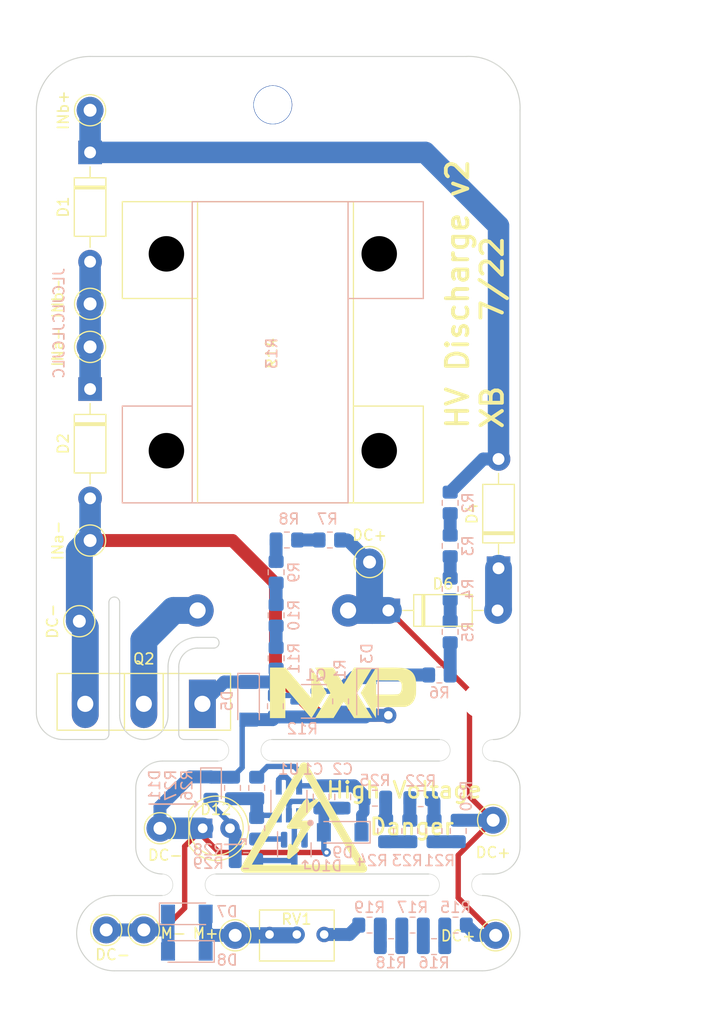
<source format=kicad_pcb>
(kicad_pcb (version 20211014) (generator pcbnew)
  (layers (0 "F.Cu" signal) (31 "B.Cu" signal) (34 "B.Paste" user) (35 "F.Paste" user) (36 "B.SilkS" user "B.Silkscreen") (37 "F.SilkS" user "F.Silkscreen") (38 "B.Mask" user) (39 "F.Mask" user) (44 "Edge.Cuts" user))
  (net 0 "")
  (net 1 "Net-(D4-Pad1)")
  (net 2 "/Vdd")
  (net 4 "Net-(D11-Pad2)")
  (net 5 "/IN+")
  (net 6 "/Vref")
  (net 7 "/Sup+")
  (net 8 "/Sup_mid")
  (net 9 "/Sup-")
  (net 10 "/Gate_pre")
  (net 11 "/Gate_SiC")
  (net 12 "/OUT+")
  (net 13 "/M")
  (net 14 "/SiC_drain")
  (net 15 "Net-(R2-Pad1)")
  (net 16 "Net-(R3-Pad1)")
  (net 17 "Net-(R19-Pad2)")
  (net 18 "Net-(R4-Pad1)")
  (net 19 "Net-(R5-Pad1)")
  (net 20 "Net-(R7-Pad1)")
  (net 21 "Net-(R8-Pad1)")
  (net 22 "Net-(R10-Pad2)")
  (net 23 "Net-(R10-Pad1)")
  (net 24 "Net-(R15-Pad2)")
  (net 25 "Net-(R16-Pad2)")
  (net 26 "Net-(R17-Pad2)")
  (net 27 "Net-(R18-Pad2)")
  (net 28 "Net-(R20-Pad2)")
  (net 29 "Net-(R21-Pad2)")
  (net 30 "Net-(R22-Pad2)")
  (net 31 "Net-(R23-Pad2)")
  (net 32 "Net-(R24-Pad2)")
  (net 33 "Net-(R28-Pad1)")
  (net 34 "/OUT")
  (footprint "TestPoint:TestPoint_THTPad_D2.5mm_Drill1.2mm" (layer "F.Cu") (at 105 105)
    (fp_text reference "J3" hide)
    (fp_text value "INb+" (at -2.5 0 90) (layer "F.SilkS"))
    (pad "1" thru_hole circle (at 0 0) (size 2.5 2.5) (drill 1.2) (layers *.Cu *.Mask) (net 7 "/Sup+"))
  )
  (footprint "footprints:mouse-bite-2mm-slot" (layer "F.Cu") (at 114.7 177 180)
    (fp_text reference "mouse-bite-2mm-slot" hide)
    (fp_text value "VAL**" hide)
    (fp_arc (start -2 -1) (mid -1 0) (end -2 1) (layer "Edge.Cuts") (width 0.05))
    (fp_arc (start 3 1) (mid 2 0) (end 3 -1) (layer "Edge.Cuts") (width 0.05))
    (pad "" np_thru_hole circle (at 1.75 -0.75 180) (size 0.5 0.5) (drill 0.5) (layers *.Cu *.Mask))
    (pad "" np_thru_hole circle (at 1.75 0.75 180) (size 0.5 0.5) (drill 0.5) (layers *.Cu *.Mask))
    (pad "" np_thru_hole circle (at -0.75 -0.75 180) (size 0.5 0.5) (drill 0.5) (layers *.Cu *.Mask))
    (pad "" np_thru_hole circle (at 0 0.75 180) (size 0.5 0.5) (drill 0.5) (layers *.Cu *.Mask))
    (pad "" np_thru_hole circle (at -0.75 0.75 180) (size 0.5 0.5) (drill 0.5) (layers *.Cu *.Mask))
    (pad "" np_thru_hole circle (at 0 -0.75 180) (size 0.5 0.5) (drill 0.5) (layers *.Cu *.Mask))
  )
  (footprint "TestPoint:TestPoint_THTPad_D2.5mm_Drill1.2mm" (layer "F.Cu") (at 104 152.5)
    (fp_text reference "J6" hide)
    (fp_text value "DC-" (at -2.5 0 90) (layer "F.SilkS"))
    (pad "1" thru_hole circle (at 0 0) (size 2.5 2.5) (drill 1.2) (layers *.Cu *.Mask) (net 9 "/Sup-"))
  )
  (footprint "footprints:nxp_logo" (layer "F.Cu") (at 128.4 159.2)
    (fp_text reference "G***" hide)
    (fp_text value "LOGO" hide)
  )
  (footprint "Diode_THT:D_DO-41_SOD81_P10.16mm_Horizontal" (layer "F.Cu") (at 143 147.58 90)
    (fp_text reference "D4" (at 5.08 -2.47 90) (layer "F.SilkS"))
    (fp_text value "1N4007")
    (pad "1" thru_hole rect (at 0 0 90) (size 2.2 2.2) (drill 1.1) (layers *.Cu *.Mask) (net 1 "Net-(D4-Pad1)"))
    (pad "2" thru_hole oval (at 10.16 0 90) (size 2.2 2.2) (drill 1.1) (layers *.Cu *.Mask) (net 7 "/Sup+"))
  )
  (footprint "TestPoint:TestPoint_THTPad_D2.5mm_Drill1.2mm" (layer "F.Cu") (at 105 123)
    (fp_text reference "J1" hide)
    (fp_text value "INb-" (at -3 -0.5 90) (layer "F.SilkS"))
    (pad "1" thru_hole circle (at 0 0) (size 2.5 2.5) (drill 1.2) (layers *.Cu *.Mask) (net 8 "/Sup_mid"))
  )
  (footprint "Diode_THT:D_DO-41_SOD81_P10.16mm_Horizontal" (layer "F.Cu") (at 105 130.92 -90)
    (fp_text reference "D2" (at 5.08 2.5 90) (layer "F.SilkS"))
    (fp_text value "1N4007")
    (pad "1" thru_hole rect (at 0 0 270) (size 2.2 2.2) (drill 1.1) (layers *.Cu *.Mask) (net 8 "/Sup_mid"))
    (pad "2" thru_hole oval (at 10.16 0 270) (size 2.2 2.2) (drill 1.1) (layers *.Cu *.Mask) (net 9 "/Sup-"))
  )
  (footprint "LED_THT:LED_D5.0mm" (layer "F.Cu") (at 115.475 171.75)
    (fp_text reference "D12" (at 1.225 -1.75) (layer "F.SilkS"))
    (fp_text value "LED")
    (pad "1" thru_hole rect (at 0 0) (size 1.8 1.8) (drill 0.9) (layers *.Cu *.Mask) (net 9 "/Sup-"))
    (pad "2" thru_hole circle (at 2.54 0) (size 1.8 1.8) (drill 0.9) (layers *.Cu *.Mask) (net 4 "Net-(D11-Pad2)"))
  )
  (footprint "footprints:mouse-bite-2mm-slot" (layer "F.Cu") (at 138.5 177)
    (fp_text reference "mouse-bite-2mm-slot" hide)
    (fp_text value "VAL**" hide)
    (fp_arc (start -2 -1) (mid -1 0) (end -2 1) (layer "Edge.Cuts") (width 0.05))
    (fp_arc (start 3 1) (mid 2 0) (end 3 -1) (layer "Edge.Cuts") (width 0.05))
    (pad "" np_thru_hole circle (at 0 -0.75) (size 0.5 0.5) (drill 0.5) (layers *.Cu *.Mask))
    (pad "" np_thru_hole circle (at -0.75 0.75) (size 0.5 0.5) (drill 0.5) (layers *.Cu *.Mask))
    (pad "" np_thru_hole circle (at 0 0.75) (size 0.5 0.5) (drill 0.5) (layers *.Cu *.Mask))
    (pad "" np_thru_hole circle (at -0.75 -0.75) (size 0.5 0.5) (drill 0.5) (layers *.Cu *.Mask))
    (pad "" np_thru_hole circle (at 1.75 0.75) (size 0.5 0.5) (drill 0.5) (layers *.Cu *.Mask))
    (pad "" np_thru_hole circle (at 1.75 -0.75) (size 0.5 0.5) (drill 0.5) (layers *.Cu *.Mask))
  )
  (footprint "TestPoint:TestPoint_THTPad_D2.5mm_Drill1.2mm" (layer "F.Cu") (at 142.735 181.7)
    (fp_text reference "J12" hide)
    (fp_text value "DC+" (at -3.485 0.05) (layer "F.SilkS"))
    (pad "1" thru_hole circle (at 0 0) (size 2.5 2.5) (drill 1.2) (layers *.Cu *.Mask) (net 12 "/OUT+"))
  )
  (footprint "Package_TO_SOT_THT:TO-247-3_Vertical" (layer "F.Cu") (at 115.45 160.18 180)
    (fp_text reference "Q2" (at 5.45 4.18) (layer "F.SilkS"))
    (fp_text value "Q_NMOS_GDS")
    (pad "1" thru_hole rect (at 0 0 180) (size 2.5 4.5) (drill 1.5) (layers *.Cu *.Mask) (net 11 "/Gate_SiC"))
    (pad "2" thru_hole oval (at 5.45 0 180) (size 2.5 4.5) (drill 1.5) (layers *.Cu *.Mask) (net 14 "/SiC_drain"))
    (pad "3" thru_hole oval (at 10.9 0 180) (size 2.5 4.5) (drill 1.5) (layers *.Cu *.Mask) (net 9 "/Sup-"))
  )
  (footprint "footprints:THS2510RJ_special" (layer "F.Cu") (at 122 127.5 -90)
    (fp_text reference "R14" (at 0.1 0.1 -90) (layer "F.SilkS"))
    (fp_text value "10")
    (pad "" np_thru_hole circle (at -9.15 9.9 270) (size 3.3 3.3) (drill 3.3) (layers *.Mask))
    (pad "" thru_hole circle (at -23 0 270) (size 3.6 3.6) (drill 3.5) (layers *.Mask))
    (pad "" np_thru_hole circle (at 9.15 -9.9 270) (size 3.3 3.3) (drill 3.3) (layers *.Mask))
    (pad "2" thru_hole oval (at 24 7 270) (size 3 3) (drill 1.5) (layers *.Cu *.Mask) (net 14 "/SiC_drain"))
  )
  (footprint "TestPoint:TestPoint_THTPad_D2.5mm_Drill1.2mm" (layer "F.Cu") (at 105 127)
    (fp_text reference "J2" hide)
    (fp_text value "INa+" (at -3 0 90) (layer "F.SilkS"))
    (pad "1" thru_hole circle (at 0 0) (size 2.5 2.5) (drill 1.2) (layers *.Cu *.Mask) (net 8 "/Sup_mid"))
  )
  (footprint "TestPoint:TestPoint_THTPad_D2.5mm_Drill1.2mm" (layer "F.Cu") (at 131 147)
    (fp_text reference "J5" hide)
    (fp_text value "DC+" (at 0 -2.5) (layer "F.SilkS"))
    (pad "1" thru_hole circle (at 0 0) (size 2.5 2.5) (drill 1.2) (layers *.Cu *.Mask) (net 12 "/OUT+"))
  )
  (footprint "footprints:mouse-bite-2mm-slot" (layer "F.Cu") (at 139.5 164.5)
    (fp_text reference "mouse-bite-2mm-slot" hide)
    (fp_text value "VAL**" hide)
    (fp_arc (start 3 1) (mid 2 0) (end 3 -1) (layer "Edge.Cuts") (width 0.05))
    (fp_arc (start -2 -1) (mid -1 0) (end -2 1) (layer "Edge.Cuts") (width 0.05))
    (pad "" np_thru_hole circle (at 0 -0.75) (size 0.5 0.5) (drill 0.5) (layers *.Cu *.Mask))
    (pad "" np_thru_hole circle (at 1.75 -0.75) (size 0.5 0.5) (drill 0.5) (layers *.Cu *.Mask))
    (pad "" np_thru_hole circle (at -0.75 0.75) (size 0.5 0.5) (drill 0.5) (layers *.Cu *.Mask))
    (pad "" np_thru_hole circle (at 0 0.75) (size 0.5 0.5) (drill 0.5) (layers *.Cu *.Mask))
    (pad "" np_thru_hole circle (at -0.75 -0.75) (size 0.5 0.5) (drill 0.5) (layers *.Cu *.Mask))
    (pad "" np_thru_hole circle (at 1.75 0.75) (size 0.5 0.5) (drill 0.5) (layers *.Cu *.Mask))
  )
  (footprint "TestPoint:TestPoint_THTPad_D2.5mm_Drill1.2mm" (layer "F.Cu") (at 106.5 181.2)
    (fp_text reference "J11" hide)
    (fp_text value "DC-" (at 0.6 2.3) (layer "F.SilkS"))
    (pad "1" thru_hole circle (at 0 0) (size 2.5 2.5) (drill 1.2) (layers *.Cu *.Mask) (net 9 "/Sup-"))
  )
  (footprint "Diode_THT:D_DO-41_SOD81_P10.16mm_Horizontal" (layer "F.Cu") (at 132.75 151.5)
    (fp_text reference "D6" (at 5.08 -2.47) (layer "F.SilkS"))
    (fp_text value "1N4007")
    (pad "1" thru_hole rect (at 0 0) (size 2.2 2.2) (drill 1.1) (layers *.Cu *.Mask) (net 12 "/OUT+"))
    (pad "2" thru_hole oval (at 10.16 0) (size 2.2 2.2) (drill 1.1) (layers *.Cu *.Mask) (net 1 "Net-(D4-Pad1)"))
  )
  (footprint "TestPoint:TestPoint_THTPad_D2.5mm_Drill1.2mm" (layer "F.Cu") (at 110 181.2)
    (fp_text reference "J7" hide)
    (fp_text value "M-" (at 2.75 0.3) (layer "F.SilkS"))
    (pad "1" thru_hole circle (at 0 0) (size 2.5 2.5) (drill 1.2) (layers *.Cu *.Mask) (net 9 "/Sup-"))
  )
  (footprint "Diode_THT:D_DO-41_SOD81_P10.16mm_Horizontal" (layer "F.Cu") (at 105 108.92 -90)
    (fp_text reference "D1" (at 5.08 2.5 90) (layer "F.SilkS"))
    (fp_text value "1N4007")
    (pad "1" thru_hole rect (at 0 0 270) (size 2.2 2.2) (drill 1.1) (layers *.Cu *.Mask) (net 7 "/Sup+"))
    (pad "2" thru_hole oval (at 10.16 0 270) (size 2.2 2.2) (drill 1.1) (layers *.Cu *.Mask) (net 8 "/Sup_mid"))
  )
  (footprint "TestPoint:TestPoint_THTPad_D2.5mm_Drill1.2mm" (layer "F.Cu") (at 105 145)
    (fp_text reference "J4" hide)
    (fp_text value "INa-" (at -3 0 90) (layer "F.SilkS"))
    (pad "1" thru_hole circle (at 0 0) (size 2.5 2.5) (drill 1.2) (layers *.Cu *.Mask) (net 9 "/Sup-"))
  )
  (footprint "TestPoint:TestPoint_THTPad_D2.5mm_Drill1.2mm" (layer "F.Cu") (at 118.5 181.7)
    (fp_text reference "J8" hide)
    (fp_text value "M+" (at -2.75 -0.2) (layer "F.SilkS"))
    (pad "1" thru_hole circle (at 0 0) (size 2.5 2.5) (drill 1.2) (layers *.Cu *.Mask) (net 13 "/M"))
  )
  (footprint "footprints:mouse-bite-2mm-slot" (layer "F.Cu") (at 119.9 164.5 180)
    (fp_text reference "mouse-bite-2mm-slot" hide)
    (fp_text value "VAL**" hide)
    (fp_arc (start -2 -1) (mid -1 0) (end -2 1) (layer "Edge.Cuts") (width 0.05))
    (fp_arc (start 3 1) (mid 2 0) (end 3 -1) (layer "Edge.Cuts") (width 0.05))
    (pad "" np_thru_hole circle (at -0.75 -0.75 180) (size 0.5 0.5) (drill 0.5) (layers *.Cu *.Mask))
    (pad "" np_thru_hole circle (at 0 -0.75 180) (size 0.5 0.5) (drill 0.5) (layers *.Cu *.Mask))
    (pad "" np_thru_hole circle (at 1.75 -0.75 180) (size 0.5 0.5) (drill 0.5) (layers *.Cu *.Mask))
    (pad "" np_thru_hole circle (at 0 0.75 180) (size 0.5 0.5) (drill 0.5) (layers *.Cu *.Mask))
    (pad "" np_thru_hole circle (at -0.75 0.75 180) (size 0.5 0.5) (drill 0.5) (layers *.Cu *.Mask))
    (pad "" np_thru_hole circle (at 1.75 0.75 180) (size 0.5 0.5) (drill 0.5) (layers *.Cu *.Mask))
  )
  (footprint "MountingHole:MountingHole_3.2mm_M3_ISO14580" (layer "F.Cu") (at 140.8 104.5)
    (fp_text reference "REF**" hide)
    (fp_text value "MountingHole_3.2mm_M3_ISO14580")
    (pad "" np_thru_hole circle (at 0 0) (size 3.2 3.2) (drill 3.2) (layers *.Cu *.Mask))
  )
  (footprint "MountingHole:MountingHole_3.2mm_M3_ISO14580" (layer "F.Cu") (at 110.1 104.6)
    (fp_text reference "REF**" hide)
    (fp_text value "MountingHole_3.2mm_M3_ISO14580")
    (pad "" np_thru_hole circle (at 0 0) (size 3.2 3.2) (drill 3.2) (layers *.Cu *.Mask))
  )
  (footprint "Potentiometer_THT:Potentiometer_Bourns_3266Y_Vertical" (layer "F.Cu") (at 126.775 181.625)
    (fp_text reference "RV1" (at -2.575 -1.425) (layer "F.SilkS"))
    (fp_text value "200k")
    (pad "1" thru_hole circle (at 0 0) (size 1.44 1.44) (drill 0.8) (layers *.Cu *.Mask) (net 17 "Net-(R19-Pad2)"))
    (pad "2" thru_hole circle (at -2.54 0) (size 1.44 1.44) (drill 0.8) (layers *.Cu *.Mask) (net 13 "/M"))
    (pad "3" thru_hole circle (at -5.08 0) (size 1.44 1.44) (drill 0.8) (layers *.Cu *.Mask) (net 13 "/M"))
  )
  (footprint "TestPoint:TestPoint_THTPad_D2.5mm_Drill1.2mm" (layer "F.Cu") (at 142.5 171 -90)
    (fp_text reference "J9" hide)
    (fp_text value "DC+" (at 3 0 180) (layer "F.SilkS"))
    (pad "1" thru_hole circle (at 0 0 270) (size 2.5 2.5) (drill 1.2) (layers *.Cu *.Mask) (net 12 "/OUT+"))
  )
  (footprint "MountingHole:MountingHole_3.2mm_M3_ISO14580" (layer "F.Cu") (at 141.3 159.9)
    (fp_text reference "REF**" hide)
    (fp_text value "MountingHole_3.2mm_M3_ISO14580")
    (pad "" np_thru_hole circle (at 0 0) (size 3.2 3.2) (drill 3.2) (layers *.Cu *.Mask))
  )
  (footprint "Symbol:Symbol_Highvoltage_Type2_CopperTop_Small" (layer "F.Cu") (at 124.9 172.5)
    (fp_text reference "REF**" hide)
    (fp_text value "Symbol_Highvoltage_Type2_CopperTop_Small")
  )
  (footprint "TestPoint:TestPoint_THTPad_D2.5mm_Drill1.2mm" (layer "F.Cu") (at 111.5 171.75 -90)
    (fp_text reference "J10" hide)
    (fp_text value "DC-" (at 2.5 -0.5 180) (layer "F.SilkS"))
    (pad "1" thru_hole circle (at 0 0 270) (size 2.5 2.5) (drill 1.2) (layers *.Cu *.Mask) (net 9 "/Sup-"))
  )
  (footprint "Resistor_SMD:R_0805_2012Metric_Pad1.20x1.40mm_HandSolder" (layer "B.Cu") (at 118.25 168 -90)
    (fp_text reference "R27" (at -0.25 5.75 90) (layer "B.SilkS") (effects (justify mirror)))
    (fp_text value "330k")
    (pad "1" smd roundrect (at -1 0 270) (size 1.2 1.4) (layers "B.Cu" "B.Paste" "B.Mask") (roundrect_rratio 0.2083333333) (net 9 "/Sup-"))
    (pad "2" smd roundrect (at 1 0 270) (size 1.2 1.4) (layers "B.Cu" "B.Paste" "B.Mask") (roundrect_rratio 0.2083333333) (net 5 "/IN+"))
  )
  (footprint "Resistor_SMD:R_0805_2012Metric_Pad1.20x1.40mm_HandSolder" (layer "B.Cu") (at 132.5 172 90)
    (fp_text reference "R24" (at -2.75 -1.25 180) (layer "B.SilkS") (effects (justify mirror)))
    (fp_text value "470k")
    (pad "1" smd roundrect (at -1 0 90) (size 1.2 1.4) (layers "B.Cu" "B.Paste" "B.Mask") (roundrect_rratio 0.2083333333) (net 31 "Net-(R23-Pad2)"))
    (pad "2" smd roundrect (at 1 0 90) (size 1.2 1.4) (layers "B.Cu" "B.Paste" "B.Mask") (roundrect_rratio 0.2083333333) (net 32 "Net-(R24-Pad2)"))
  )
  (footprint "Diode_SMD:D_MiniMELF" (layer "B.Cu") (at 114 183.2 180)
    (fp_text reference "D8" (at -3.75 -0.8) (layer "B.SilkS") (effects (justify mirror)))
    (fp_text value "D")
    (pad "1" smd rect (at -1.75 0 180) (size 1.3 1.7) (layers "B.Cu" "B.Paste" "B.Mask") (net 13 "/M"))
    (pad "2" smd rect (at 1.75 0 180) (size 1.3 1.7) (layers "B.Cu" "B.Paste" "B.Mask") (net 9 "/Sup-"))
  )
  (footprint "Resistor_SMD:R_0805_2012Metric_Pad1.20x1.40mm_HandSolder" (layer "B.Cu") (at 120.5 168 90)
    (fp_text reference "R26" (at 0.25 -6.5 90) (layer "B.SilkS") (effects (justify mirror)))
    (fp_text value "560k")
    (pad "1" smd roundrect (at -1 0 90) (size 1.2 1.4) (layers "B.Cu" "B.Paste" "B.Mask") (roundrect_rratio 0.2083333333) (net 5 "/IN+"))
    (pad "2" smd roundrect (at 1 0 90) (size 1.2 1.4) (layers "B.Cu" "B.Paste" "B.Mask") (roundrect_rratio 0.2083333333) (net 2 "/Vdd"))
  )
  (footprint "Resistor_SMD:R_0805_2012Metric_Pad1.20x1.40mm_HandSolder" (layer "B.Cu") (at 135 180.75 180)
    (fp_text reference "R17" (at 0 1.65) (layer "B.SilkS") (effects (justify mirror)))
    (fp_text value "2M")
    (pad "1" smd roundrect (at -1 0 180) (size 1.2 1.4) (layers "B.Cu" "B.Paste" "B.Mask") (roundrect_rratio 0.2083333333) (net 25 "Net-(R16-Pad2)"))
    (pad "2" smd roundrect (at 1 0 180) (size 1.2 1.4) (layers "B.Cu" "B.Paste" "B.Mask") (roundrect_rratio 0.2083333333) (net 26 "Net-(R17-Pad2)"))
  )
  (footprint "Diode_SMD:D_MiniMELF" (layer "B.Cu") (at 130.80625 159.45 -90)
    (fp_text reference "D3" (at -3.95 0.05625 90) (layer "B.SilkS") (effects (justify mirror)))
    (fp_text value "BZV55B10")
    (pad "1" smd rect (at -1.75 0 270) (size 1.3 1.7) (layers "B.Cu" "B.Paste" "B.Mask") (net 10 "/Gate_pre"))
    (pad "2" smd rect (at 1.75 0 270) (size 1.3 1.7) (layers "B.Cu" "B.Paste" "B.Mask") (net 9 "/Sup-"))
  )
  (footprint "Resistor_SMD:R_0805_2012Metric_Pad1.20x1.40mm_HandSolder" (layer "B.Cu") (at 134.75 172 -90)
    (fp_text reference "R23" (at 2.75 0.25 180) (layer "B.SilkS") (effects (justify mirror)))
    (fp_text value "470k")
    (pad "1" smd roundrect (at -1 0 270) (size 1.2 1.4) (layers "B.Cu" "B.Paste" "B.Mask") (roundrect_rratio 0.2083333333) (net 30 "Net-(R22-Pad2)"))
    (pad "2" smd roundrect (at 1 0 270) (size 1.2 1.4) (layers "B.Cu" "B.Paste" "B.Mask") (roundrect_rratio 0.2083333333) (net 31 "Net-(R23-Pad2)"))
  )
  (footprint "Resistor_SMD:R_0805_2012Metric_Pad1.20x1.40mm_HandSolder" (layer "B.Cu") (at 138.5 149.5 90)
    (fp_text reference "R4" (at 0 1.65 90) (layer "B.SilkS") (effects (justify mirror)))
    (fp_text value "470k")
    (pad "1" smd roundrect (at -1 0 90) (size 1.2 1.4) (layers "B.Cu" "B.Paste" "B.Mask") (roundrect_rratio 0.2083333333) (net 18 "Net-(R4-Pad1)"))
    (pad "2" smd roundrect (at 1 0 90) (size 1.2 1.4) (layers "B.Cu" "B.Paste" "B.Mask") (roundrect_rratio 0.2083333333) (net 16 "Net-(R3-Pad1)"))
  )
  (footprint "Capacitor_SMD:C_0805_2012Metric_Pad1.18x1.45mm_HandSolder" (layer "B.Cu") (at 128.5 168.8375 -90)
    (fp_text reference "C2" (at -2.5875 0 180) (layer "B.SilkS") (effects (justify mirror)))
    (fp_text value "DNP")
    (pad "1" smd roundrect (at -1.0375 0 270) (size 1.175 1.45) (layers "B.Cu" "B.Paste" "B.Mask") (roundrect_rratio 0.2127659574) (net 2 "/Vdd"))
    (pad "2" smd roundrect (at 1.0375 0 270) (size 1.175 1.45) (layers "B.Cu" "B.Paste" "B.Mask") (roundrect_rratio 0.2127659574) (net 9 "/Sup-"))
  )
  (footprint "Diode_SMD:D_MiniMELF" (layer "B.Cu") (at 119.74375 159.9 -90)
    (fp_text reference "D5" (at 0 2 90) (layer "B.SilkS") (effects (justify mirror)))
    (fp_text value "BZV55B10")
    (pad "1" smd rect (at -1.75 0 270) (size 1.3 1.7) (layers "B.Cu" "B.Paste" "B.Mask") (net 11 "/Gate_SiC"))
    (pad "2" smd rect (at 1.75 0 270) (size 1.3 1.7) (layers "B.Cu" "B.Paste" "B.Mask") (net 9 "/Sup-"))
  )
  (footprint "Resistor_SMD:R_0805_2012Metric_Pad1.20x1.40mm_HandSolder" (layer "B.Cu") (at 138.5 153.5 90)
    (fp_text reference "R5" (at 0 1.65 90) (layer "B.SilkS") (effects (justify mirror)))
    (fp_text value "470k")
    (pad "1" smd roundrect (at -1 0 90) (size 1.2 1.4) (layers "B.Cu" "B.Paste" "B.Mask") (roundrect_rratio 0.2083333333) (net 19 "Net-(R5-Pad1)"))
    (pad "2" smd roundrect (at 1 0 90) (size 1.2 1.4) (layers "B.Cu" "B.Paste" "B.Mask") (roundrect_rratio 0.2083333333) (net 18 "Net-(R4-Pad1)"))
  )
  (footprint "Package_TO_SOT_SMD:SOT-23" (layer "B.Cu") (at 125.30625 159.95 180)
    (fp_text reference "Q1" (at -0.69375 2.45) (layer "B.SilkS") (effects (justify mirror)))
    (fp_text value "2N7002")
    (pad "1" smd roundrect (at -0.9375 0.95 180) (size 1.475 0.6) (layers "B.Cu" "B.Paste" "B.Mask") (net 10 "/Gate_pre"))
    (pad "2" smd roundrect (at -0.9375 -0.95 180) (size 1.475 0.6) (layers "B.Cu" "B.Paste" "B.Mask") (net 9 "/Sup-"))
    (pad "3" smd roundrect (at 0.9375 0 180) (size 1.475 0.6) (layers "B.Cu" "B.Paste" "B.Mask") (net 11 "/Gate_SiC"))
  )
  (footprint "Diode_SMD:D_MiniMELF" (layer "B.Cu") (at 114 179.7)
    (fp_text reference "D7" (at 3.75 -0.2) (layer "B.SilkS") (effects (justify mirror)))
    (fp_text value "D")
    (pad "1" smd rect (at -1.75 0) (size 1.3 1.7) (layers "B.Cu" "B.Paste" "B.Mask") (net 9 "/Sup-"))
    (pad "2" smd rect (at 1.75 0) (size 1.3 1.7) (layers "B.Cu" "B.Paste" "B.Mask") (net 13 "/M"))
  )
  (footprint "Resistor_SMD:R_0805_2012Metric_Pad1.20x1.40mm_HandSolder" (layer "B.Cu") (at 128.30625 159.95 90)
    (fp_text reference "R1" (at 2.95 -0.05625 90) (layer "B.SilkS") (effects (justify mirror)))
    (fp_text value "10M")
    (pad "1" smd roundrect (at -1 0 90) (size 1.2 1.4) (layers "B.Cu" "B.Paste" "B.Mask") (roundrect_rratio 0.2083333333) (net 9 "/Sup-"))
    (pad "2" smd roundrect (at 1 0 90) (size 1.2 1.4) (layers "B.Cu" "B.Paste" "B.Mask") (roundrect_rratio 0.2083333333) (net 10 "/Gate_pre"))
  )
  (footprint "Resistor_SMD:R_0805_2012Metric_Pad1.20x1.40mm_HandSolder" (layer "B.Cu") (at 135.75 169 180)
    (fp_text reference "R22" (at 0 1.65) (layer "B.SilkS") (effects (justify mirror)))
    (fp_text value "470k")
    (pad "1" smd roundrect (at -1 0 180) (size 1.2 1.4) (layers "B.Cu" "B.Paste" "B.Mask") (roundrect_rratio 0.2083333333) (net 29 "Net-(R21-Pad2)"))
    (pad "2" smd roundrect (at 1 0 180) (size 1.2 1.4) (layers "B.Cu" "B.Paste" "B.Mask") (roundrect_rratio 0.2083333333) (net 30 "Net-(R22-Pad2)"))
  )
  (footprint "footprints:MCP65R41T-2402E" (layer "B.Cu") (at 123.5 169.25 90)
    (fp_text reference "U1" (at 3 0 180) (layer "B.SilkS") (effects (justify mirror)))
    (fp_text value "MCP65R41T-2402E_CHY" hide)
    (pad "1" smd rect locked (at -1.2954 0.950001 90) (size 1.3208 0.5588) (layers "B.Cu" "B.Paste" "B.Mask") (net 34 "/OUT"))
    (pad "2" smd rect locked (at -1.2954 0 90) (size 1.3208 0.5588) (layers "B.Cu" "B.Paste" "B.Mask") (net 9 "/Sup-"))
    (pad "3" smd rect locked (at -1.2954 -0.950001 90) (size 1.3208 0.5588) (layers "B.Cu" "B.Paste" "B.Mask") (net 5 "/IN+"))
    (pad "4" smd rect locked (at 1.2954 -0.950001 90) (size 1.3208 0.5588) (layers "B.Cu" "B.Paste" "B.Mask") (net 6 "/Vref"))
    (pad "5" smd rect locked (at 1.2954 0 90) (size 1.3208 0.5588) (layers "B.Cu" "B.Paste" "B.Mask") (net 6 "/Vref"))
    (pad "6" smd rect locked (at 1.2954 0.950001 90) (size 1.3208 0.5588) (layers "B.Cu" "B.Paste" "B.Mask") (net 2 "/Vdd"))
  )
  (footprint "footprints:THS2510RJ_special" (layer "B.Cu") (at 122 127.5 -90)
    (fp_text reference "R13" (at 0.1 0.1 90) (layer "B.SilkS") (effects (justify mirror)))
    (fp_text value "10")
    (pad "" np_thru_hole circle (at 9.15 9.9 270) (size 3.3 3.3) (drill 3.3) (layers *.Mask))
    (pad "" thru_hole circle (at -23 0 270) (size 3.6 3.6) (drill 3.5) (layers *.Mask))
    (pad "" np_thru_hole circle (at -9.15 -9.9 270) (size 3.3 3.3) (drill 3.3) (layers *.Mask))
    (pad "2" thru_hole oval (at 24 -7 270) (size 3 3) (drill 1.5) (layers *.Cu *.Mask) (net 12 "/OUT+"))
  )
  (footprint "Resistor_SMD:R_0805_2012Metric_Pad1.20x1.40mm_HandSolder" (layer "B.Cu") (at 137.5 157.5)
    (fp_text reference "R6" (at 0 1.65) (layer "B.SilkS") (effects (justify mirror)))
    (fp_text value "470k")
    (pad "1" smd roundrect (at -1 0) (size 1.2 1.4) (layers "B.Cu" "B.Paste" "B.Mask") (roundrect_rratio 0.2083333333) (net 10 "/Gate_pre"))
    (pad "2" smd roundrect (at 1 0) (size 1.2 1.4) (layers "B.Cu" "B.Paste" "B.Mask") (roundrect_rratio 0.2083333333) (net 19 "Net-(R5-Pad1)"))
  )
  (footprint "Resistor_SMD:R_0805_2012Metric_Pad1.20x1.40mm_HandSolder" (layer "B.Cu") (at 139 180.75 180)
    (fp_text reference "R15" (at 0 1.65) (layer "B.SilkS") (effects (justify mirror)))
    (fp_text value "2M")
    (pad "1" smd roundrect (at -1 0 180) (size 1.2 1.4) (layers "B.Cu" "B.Paste" "B.Mask") (roundrect_rratio 0.2083333333) (net 12 "/OUT+"))
    (pad "2" smd roundrect (at 1 0 180) (size 1.2 1.4) (layers "B.Cu" "B.Paste" "B.Mask") (roundrect_rratio 0.2083333333) (net 24 "Net-(R15-Pad2)"))
  )
  (footprint "Resistor_SMD:R_0805_2012Metric_Pad1.20x1.40mm_HandSolder" (layer "B.Cu") (at 122.30625 151.95 90)
    (fp_text reference "R10" (at 0 1.65 90) (layer "B.SilkS") (effects (justify mirror)))
    (fp_text value "470k")
    (pad "1" smd roundrect (at -1 0 90) (size 1.2 1.4) (layers "B.Cu" "B.Paste" "B.Mask") (roundrect_rratio 0.2083333333) (net 23 "Net-(R10-Pad1)"))
    (pad "2" smd roundrect (at 1 0 90) (size 1.2 1.4) (layers "B.Cu" "B.Paste" "B.Mask") (roundrect_rratio 0.2083333333) (net 22 "Net-(R10-Pad2)"))
  )
  (footprint "Capacitor_SMD:C_0805_2012Metric_Pad1.18x1.45mm_HandSolder" (layer "B.Cu") (at 126.5 168.8375 -90)
    (fp_text reference "C1" (at -2.5875 0.75 180) (layer "B.SilkS") (effects (justify mirror)))
    (fp_text value "10u")
    (pad "1" smd roundrect (at -1.0375 0 270) (size 1.175 1.45) (layers "B.Cu" "B.Paste" "B.Mask") (roundrect_rratio 0.2127659574) (net 2 "/Vdd"))
    (pad "2" smd roundrect (at 1.0375 0 270) (size 1.175 1.45) (layers "B.Cu" "B.Paste" "B.Mask") (roundrect_rratio 0.2127659574) (net 9 "/Sup-"))
  )
  (footprint "Resistor_SMD:R_0805_2012Metric_Pad1.20x1.40mm_HandSolder" (layer "B.Cu") (at 122.24375 160.4 90)
    (fp_text reference "R12" (at -2.1 2.50625 180) (layer "B.SilkS") (effects (justify mirror)))
    (fp_text value "10M")
    (pad "1" smd roundrect (at -1 0 90) (size 1.2 1.4) (layers "B.Cu" "B.Paste" "B.Mask") (roundrect_rratio 0.2083333333) (net 9 "/Sup-"))
    (pad "2" smd roundrect (at 1 0 90) (size 1.2 1.4) (layers "B.Cu" "B.Paste" "B.Mask") (roundrect_rratio 0.2083333333) (net 11 "/Gate_SiC"))
  )
  (footprint "Resistor_SMD:R_0805_2012Metric_Pad1.20x1.40mm_HandSolder" (layer "B.Cu") (at 119.5 174.75 180)
    (fp_text reference "R29" (at 3.5 -0.25) (layer "B.SilkS") (effects (justify mirror)))
    (fp_text value "470")
    (pad "1" smd roundrect (at -1 0 180) (size 1.2 1.4) (layers "B.Cu" "B.Paste" "B.Mask") (roundrect_rratio 0.2083333333) (net 34 "/OUT"))
    (pad "2" smd roundrect (at 1 0 180) (size 1.2 1.4) (layers "B.Cu" "B.Paste" "B.Mask") (roundrect_rratio 0.2083333333) (net 4 "Net-(D11-Pad2)"))
  )
  (footprint "Resistor_SMD:R_0805_2012Metric_Pad1.20x1.40mm_HandSolder" (layer "B.Cu") (at 139.25 172 -90)
    (fp_text reference "R20" (at -3.25 -0.75 90) (layer "B.SilkS") (effects (justify mirror)))
    (fp_text value "470k")
    (pad "1" smd roundrect (at -1 0 270) (size 1.2 1.4) (layers "B.Cu" "B.Paste" "B.Mask") (roundrect_rratio 0.2083333333) (net 12 "/OUT+"))
    (pad "2" smd roundrect (at 1 0 270) (size 1.2 1.4) (layers "B.Cu" "B.Paste" "B.Mask") (roundrect_rratio 0.2083333333) (net 28 "Net-(R20-Pad2)"))
  )
  (footprint "Resistor_SMD:R_0805_2012Metric_Pad1.20x1.40mm_HandSolder" (layer "B.Cu") (at 137 182.75 180)
    (fp_text reference "R16" (at 0 -1.5) (layer "B.SilkS") (effects (justify mirror)))
    (fp_text value "2M")
    (pad "1" smd roundrect (at -1 0 180) (size 1.2 1.4) (layers "B.Cu" "B.Paste" "B.Mask") (roundrect_rratio 0.2083333333) (net 24 "Net-(R15-Pad2)"))
    (pad "2" smd roundrect (at 1 0 180) (size 1.2 1.4) (layers "B.Cu" "B.Paste" "B.Mask") (roundrect_rratio 0.2083333333) (net 25 "Net-(R16-Pad2)"))
  )
  (footprint "Resistor_SMD:R_0805_2012Metric_Pad1.20x1.40mm_HandSolder" (layer "B.Cu") (at 123.30625 144.95)
    (fp_text reference "R8" (at 0.19375 -1.95) (layer "B.SilkS") (effects (justify mirror)))
    (fp_text value "470k")
    (pad "1" smd roundrect (at -1 0) (size 1.2 1.4) (layers "B.Cu" "B.Paste" "B.Mask") (roundrect_rratio 0.2083333333) (net 21 "Net-(R8-Pad1)"))
    (pad "2" smd roundrect (at 1 0) (size 1.2 1.4) (layers "B.Cu" "B.Paste" "B.Mask") (roundrect_rratio 0.2083333333) (net 20 "Net-(R7-Pad1)"))
  )
  (footprint "Resistor_SMD:R_0805_2012Metric_Pad1.20x1.40mm_HandSolder" (layer "B.Cu") (at 131 180.75 180)
    (fp_text reference "R19" (at 0 1.65) (layer "B.SilkS") (effects (justify mirror)))
    (fp_text value "2M")
    (pad "1" smd roundrect (at -1 0 180) (size 1.2 1.4) (layers "B.Cu" "B.Paste" "B.Mask") (roundrect_rratio 0.2083333333) (net 27 "Net-(R18-Pad2)"))
    (pad "2" smd roundrect (at 1 0 180) (size 1.2 1.4) (layers "B.Cu" "B.Paste" "B.Mask") (roundrect_rratio 0.2083333333) (net 17 "Net-(R19-Pad2)"))
  )
  (footprint "Diode_SMD:D_MiniMELF" (layer "B.Cu") (at 128.5 172.125 180)
    (fp_text reference "D9" (at 0 -1.875) (layer "B.SilkS") (effects (justify mirror)))
    (fp_text value "5V1 DNP")
    (pad "1" smd rect (at -1.75 0 180) (size 1.3 1.7) (layers "B.Cu" "B.Paste" "B.Mask") (net 2 "/Vdd"))
    (pad "2" smd rect (at 1.75 0 180) (size 1.3 1.7) (layers "B.Cu" "B.Paste" "B.Mask") (net 9 "/Sup-"))
  )
  (footprint "LED_SMD:LED_0805_2012Metric_Pad1.15x1.40mm_HandSolder" (layer "B.Cu") (at 116.25 168 -90)
    (fp_text reference "D11" (at -0.25 5.25 90) (layer "B.SilkS") (effects (justify mirror)))
    (fp_text value "LED")
    (pad "1" smd roundrect (at -1.025 0 270) (size 1.15 1.4) (layers "B.Cu" "B.Paste" "B.Mask") (roundrect_rratio 0.2173913043) (net 9 "/Sup-"))
    (pad "2" smd roundrect (at 1.025 0 270) (size 1.15 1.4) (layers "B.Cu" "B.Paste" "B.Mask") (roundrect_rratio 0.2173913043) (net 4 "Net-(D11-Pad2)"))
  )
  (footprint "Resistor_SMD:R_0805_2012Metric_Pad1.20x1.40mm_HandSolder" (layer "B.Cu") (at 133 182.75 180)
    (fp_text reference "R18" (at 0 -1.5) (layer "B.SilkS") (effects (justify mirror)))
    (fp_text value "2M")
    (pad "1" smd roundrect (at -1 0 180) (size 1.2 1.4) (layers "B.Cu" "B.Paste" "B.Mask") (roundrect_rratio 0.2083333333) (net 26 "Net-(R17-Pad2)"))
    (pad "2" smd roundrect (at 1 0 180) (size 1.2 1.4) (layers "B.Cu" "B.Paste" "B.Mask") (roundrect_rratio 0.2083333333) (net 27 "Net-(R18-Pad2)"))
  )
  (footprint "Resistor_SMD:R_0805_2012Metric_Pad1.20x1.40mm_HandSolder" (layer "B.Cu") (at 127.30625 144.95)
    (fp_text reference "R7" (at -0.227064 -1.95) (layer "B.SilkS") (effects (justify mirror)))
    (fp_text value "470k")
    (pad "1" smd roundrect (at -1 0) (size 1.2 1.4) (layers "B.Cu" "B.Paste" "B.Mask") (roundrect_rratio 0.2083333333) (net 20 "Net-(R7-Pad1)"))
    (pad "2" smd roundrect (at 1 0) (size 1.2 1.4) (layers "B.Cu" "B.Paste" "B.Mask") (roundrect_rratio 0.2083333333) (net 12 "/OUT+"))
  )
  (footprint "Resistor_SMD:R_0805_2012Metric_Pad1.20x1.40mm_HandSolder" (layer "B.Cu") (at 137 172 90)
    (fp_text reference "R21" (at -2.75 0.5 180) (layer "B.SilkS") (effects (justify mirror)))
    (fp_text value "470k")
    (pad "1" smd roundrect (at -1 0 90) (size 1.2 1.4) (layers "B.Cu" "B.Paste" "B.Mask") (roundrect_rratio 0.2083333333) (net 28 "Net-(R20-Pad2)"))
    (pad "2" smd roundrect (at 1 0 90) (size 1.2 1.4) (layers "B.Cu" "B.Paste" "B.Mask") (roundrect_rratio 0.2083333333) (net 29 "Net-(R21-Pad2)"))
  )
  (footprint "Resistor_SMD:R_0805_2012Metric_Pad1.20x1.40mm_HandSolder" (layer "B.Cu") (at 131.5 168.95 180)
    (fp_text reference "R25" (at 0 1.65) (layer "B.SilkS") (effects (justify mirror)))
    (fp_text value "470k")
    (pad "1" smd roundrect (at -1 0 180) (size 1.2 1.4) (layers "B.Cu" "B.Paste" "B.Mask") (roundrect_rratio 0.2083333333) (net 32 "Net-(R24-Pad2)"))
    (pad "2" smd roundrect (at 1 0 180) (size 1.2 1.4) (layers "B.Cu" "B.Paste" "B.Mask") (roundrect_rratio 0.2083333333) (net 2 "/Vdd"))
  )
  (footprint "Resistor_SMD:R_0805_2012Metric_Pad1.20x1.40mm_HandSolder" (layer "B.Cu") (at 120.5 171.75 90)
    (fp_text reference "R28" (at -2 -4.5 180) (layer "B.SilkS") (effects (justify mirror)))
    (fp_text value "560k")
    (pad "1" smd roundrect (at -1 0 90) (size 1.2 1.4) (layers "B.Cu" "B.Paste" "B.Mask") (roundrect_rratio 0.2083333333) (net 33 "Net-(R28-Pad1)"))
    (pad "2" smd roundrect (at 1 0 90) (size 1.2 1.4) (layers "B.Cu" "B.Paste" "B.Mask") (roundrect_rratio 0.2083333333) (net 5 "/IN+"))
  )
  (footprint "Resistor_SMD:R_0805_2012Metric_Pad1.20x1.40mm_HandSolder" (layer "B.Cu") (at 138.5 141.5 90)
    (fp_text reference "R2" (at 0 1.65 90) (layer "B.SilkS") (effects (justify mirror)))
    (fp_text value "470k")
    (pad "1" smd roundrect (at -1 0 90) (size 1.2 1.4) (layers "B.Cu" "B.Paste" "B.Mask") (roundrect_rratio 0.2083333333) (net 15 "Net-(R2-Pad1)"))
    (pad "2" smd roundrect (at 1 0 90) (size 1.2 1.4) (layers "B.Cu" "B.Paste" "B.Mask") (roundrect_rratio 0.2083333333) (net 7 "/Sup+"))
  )
  (footprint "Resistor_SMD:R_0805_2012Metric_Pad1.20x1.40mm_HandSolder" (layer "B.Cu") (at 122.30625 155.95 90)
    (fp_text reference "R11" (at 0 1.65 90) (layer "B.SilkS") (effects (justify mirror)))
    (fp_text value "470k")
    (pad "1" smd roundrect (at -1 0 90) (size 1.2 1.4) (layers "B.Cu" "B.Paste" "B.Mask") (roundrect_rratio 0.2083333333) (net 11 "/Gate_SiC"))
    (pad "2" smd roundrect (at 1 0 90) (size 1.2 1.4) (layers "B.Cu" "B.Paste" "B.Mask") (roundrect_rratio 0.2083333333) (net 23 "Net-(R10-Pad1)"))
  )
  (footprint "Resistor_SMD:R_0805_2012Metric_Pad1.20x1.40mm_HandSolder" (layer "B.Cu") (at 122.30625 147.95 90)
    (fp_text reference "R9" (at 0 1.65 90) (layer "B.SilkS") (effects (justify mirror)))
    (fp_text value "470k")
    (pad "1" smd roundrect (at -1 0 90) (size 1.2 1.4) (layers "B.Cu" "B.Paste" "B.Mask") (roundrect_rratio 0.2083333333) (net 22 "Net-(R10-Pad2)"))
    (pad "2" smd roundrect (at 1 0 90) (size 1.2 1.4) (layers "B.Cu" "B.Paste" "B.Mask") (roundrect_rratio 0.2083333333) (net 21 "Net-(R8-Pad1)"))
  )
  (footprint "Resistor_SMD:R_0805_2012Metric_Pad1.20x1.40mm_HandSolder" (layer "B.Cu") (at 138.5 145.5 90)
    (fp_text reference "R3" (at 0 1.65 90) (layer "B.SilkS") (effects (justify mirror)))
    (fp_text value "470k")
    (pad "1" smd roundrect (at -1 0 90) (size 1.2 1.4) (layers "B.Cu" "B.Paste" "B.Mask") (roundrect_rratio 0.2083333333) (net 16 "Net-(R3-Pad1)"))
    (pad "2" smd roundrect (at 1 0 90) (size 1.2 1.4) (layers "B.Cu" "B.Paste" "B.Mask") (roundrect_rratio 0.2083333333) (net 15 "Net-(R2-Pad1)"))
  )
  (footprint "Package_TO_SOT_SMD:SOT-23" (layer "B.Cu") (at 124 173.75 -90)
    (fp_text reference "D10" (at 1.5 -3 180) (layer "B.SilkS") (effects (justify mirror)))
    (fp_text value "BAT54W")
    (pad "1" smd roundrect (at -0.9375 0.95 270) (size 1.475 0.6) (layers "B.Cu" "B.Paste" "B.Mask") (net 33 "Net-(R28-Pad1)"))
    (pad "2" smd roundrect (at -0.9375 -0.95 270) (size 1.475 0.6) (layers "B.Cu" "B.Paste" "B.Mask"))
    (pad "3" smd roundrect (at 0.9375 0 270) (size 1.475 0.6) (layers "B.Cu" "B.Paste" "B.Mask") (net 34 "/OUT"))
  )
  (gr_line (start 124.75 175) (end 125 174.75) (layer "B.SilkS") (width 0.15))
  (gr_line (start 125 174.75) (end 125.25 175) (layer "B.SilkS") (width 0.15))
  (gr_circle (center 125.5 171.25) (end 125.75 171.25) (layer "B.SilkS") (width 0.1) (fill solid))
  (gr_line (start 119.5 172.75) (end 119 172.75) (layer "B.SilkS") (width 0.15))
  (gr_line (start 115 169.5) (end 114.75 169.75) (layer "B.SilkS") (width 0.15))
  (gr_line (start 115 169.5) (end 110.5 169.5) (layer "B.SilkS") (width 0.15))
  (gr_line (start 119 173.25) (end 119.5 172.75) (layer "B.SilkS") (width 0.15))
  (gr_line (start 119 172.75) (end 119.5 172.75) (layer "B.SilkS") (width 0.15))
  (gr_line (start 119.5 173.25) (end 119.5 172.75) (layer "B.SilkS") (width 0.15))
  (gr_line (start 115 169.5) (end 114.75 169.25) (layer "B.SilkS") (width 0.15))
  (gr_line (start 117.5 173.25) (end 119 173.25) (layer "B.SilkS") (width 0.15))
  (gr_line (start 125 175.5) (end 125 174.75) (layer "B.SilkS") (width 0.15))
  (gr_line (start 125.25 175) (end 125 174.75) (layer "B.SilkS") (width 0.15))
  (gr_line (start 125.5 175.5) (end 125 175.5) (layer "B.SilkS") (width 0.15))
  (gr_line (start 145 105) (end 145 161) (layer "Edge.Cuts") (width 0.1))
  (gr_line (start 121.9 165.5) (end 137.5 165.5) (layer "Edge.Cuts") (width 0.1))
  (gr_arc (start 100 105) (mid 101.464466 101.464466) (end 105 100) (layer "Edge.Cuts") (width 0.1))
  (gr_line (start 107.75 161.25) (end 107.75 150.75) (layer "Edge.Cuts") (width 0.1))
  (gr_arc (start 106.75 163) (mid 106.603553 163.353553) (end 106.25 163.5) (layer "Edge.Cuts") (width 0.1))
  (gr_line (start 100 161) (end 100 105) (layer "Edge.Cuts") (width 0.1))
  (gr_arc (start 116.5 154) (mid 117 154.5) (end 116.5 155) (layer "Edge.Cuts") (width 0.1))
  (gr_line (start 109.25 173.5) (end 109.25 168) (layer "Edge.Cuts") (width 0.1))
  (gr_line (start 116.9 163.5) (end 113.75 163.5) (layer "Edge.Cuts") (width 0.1))
  (gr_line (start 115 155) (end 116.5 155) (layer "Edge.Cuts") (width 0.1))
  (gr_line (start 116.7 178) (end 136.5 178) (layer "Edge.Cuts") (width 0.1))
  (gr_arc (start 111.7 176) (mid 109.964614 175.250179) (end 109.25 173.5) (layer "Edge.Cuts") (width 0.1))
  (gr_line (start 116.9 165.5) (end 111.75 165.5) (layer "Edge.Cuts") (width 0.1))
  (gr_arc (start 107.25 185) (mid 103.75 181.5) (end 107.25 178) (layer "Edge.Cuts") (width 0.1))
  (gr_line (start 136.5 176) (end 116.7 176) (layer "Edge.Cuts") (width 0.1))
  (gr_arc (start 113.75 163.5) (mid 113.396447 163.353553) (end 113.25 163) (layer "Edge.Cuts") (width 0.1))
  (gr_line (start 113.25 163) (end 113.25 158) (layer "Edge.Cuts") (width 0.1))
  (gr_line (start 137.5 163.5) (end 121.9 163.5) (layer "Edge.Cuts") (width 0.1))
  (gr_line (start 111.7 178) (end 107.25 178) (layer "Edge.Cuts") (width 0.1))
  (gr_arc (start 145 161) (mid 144.267767 162.767767) (end 142.5 163.5) (layer "Edge.Cuts") (width 0.1))
  (gr_arc (start 140 100) (mid 143.607847 101.392153) (end 145 105) (layer "Edge.Cuts") (width 0.1))
  (gr_arc (start 113.25 156.75) (mid 113.762563 155.512563) (end 115 155) (layer "Edge.Cuts") (width 0.1))
  (gr_arc (start 109.25 168) (mid 109.982233 166.232233) (end 111.75 165.5) (layer "Edge.Cuts") (width 0.1))
  (gr_arc (start 145 173.5) (mid 144.267767 175.267767) (end 142.5 176) (layer "Edge.Cuts") (width 0.1))
  (gr_arc (start 142.5 165.5) (mid 144.267767 166.232233) (end 145 168) (layer "Edge.Cuts") (width 0.1))
  (gr_line (start 112.25 161.25) (end 112.25 156.75) (layer "Edge.Cuts") (width 0.1))
  (gr_line (start 116.5 154) (end 115 154) (layer "Edge.Cuts") (width 0.1))
  (gr_line (start 105 100) (end 140 100) (layer "Edge.Cuts") (width 0.1))
  (gr_line (start 145 168) (end 145 173.5) (layer "Edge.Cuts") (width 0.1))
  (gr_arc (start 102.5 163.5) (mid 100.732233 162.767767) (end 100 161) (layer "Edge.Cuts") (width 0.1))
  (gr_line (start 113.25 156.75) (end 113.25 158) (layer "Edge.Cuts") (width 0.1))
  (gr_line (start 106.75 150.75) (end 106.75 163) (layer "Edge.Cuts") (width 0.1))
  (gr_arc (start 106.75 150.75) (mid 107.25 150.25) (end 107.75 150.75) (layer "Edge.Cuts") (width 0.1))
  (gr_line (start 102.5 163.5) (end 106.25 163.5) (layer "Edge.Cuts") (width 0.1))
  (gr_arc (start 112.25 161.25) (mid 110 163.5) (end 107.75 161.25) (layer "Edge.Cuts") (width 0.1))
  (gr_line (start 107.25 185) (end 141.485 185) (layer "Edge.Cuts") (width 0.1))
  (gr_arc (start 141.5 178) (mid 144.985007 181.507484) (end 141.485 185) (layer "Edge.Cuts") (width 0.1))
  (gr_arc (start 112.25 156.75) (mid 113.055456 154.805456) (end 115 154) (layer "Edge.Cuts") (width 0.1))
  (gr_line (start 142.5 176) (end 141.5 176) (layer "Edge.Cuts") (width 0.1))
  (gr_text "JLCJLCJLCJLC" (at 102.1 124.8 90) (layer "B.SilkS") (effects (font (size 1 1)) (justify mirror)))
  (gr_text "HV Discharge v2\nXB    7/22" (at 140.8 134.8 90) (layer "F.SilkS") (effects (font (size 2 2) (thickness 0.35)) (justify left)))
  (gr_text "Danger\n" (at 139 171.6) (layer "F.SilkS") (effects (font (size 1.5 1.5) (thickness 0.25)) (justify right)))
  (gr_text "High Voltage\n" (at 141.6 168.2) (layer "F.SilkS") (effects (font (size 1.5 1.5) (thickness 0.25)) (justify right)))
  (segment (start 143 147.58) (end 143 151.41) (width 2.5) (layer "B.Cu") (net 1))
  (segment (start 143 151.41) (end 142.91 151.5) (width 2.5) (layer "B.Cu") (net 1))
  (segment (start 124.450001 166.450001) (end 124 166) (width 0.5) (layer "B.Cu") (net 2))
  (segment (start 130.25 170.5) (end 130.5 170.25) (width 1) (layer "B.Cu") (net 2))
  (segment (start 124.604601 167.8) (end 124.450001 167.9546) (width 0.5) (layer "B.Cu") (net 2))
  (segment (start 124 166) (end 121.5 166) (width 0.5) (layer "B.Cu") (net 2))
  (segment (start 130.25 172.125) (end 130.25 170.5) (width 1) (layer "B.Cu") (net 2))
  (segment (start 121.5 166) (end 120.5 167) (width 0.5) (layer "B.Cu") (net 2))
  (segment (start 124.450001 167.9546) (end 124.450001 166.450001) (width 0.5) (layer "B.Cu") (net 2))
  (segment (start 129.55 167.8) (end 126.5 167.8) (width 1.2) (layer "B.Cu") (net 2))
  (segment (start 130.5 168.95) (end 130.5 170.25) (width 1) (layer "B.Cu") (net 2))
  (segment (start 130.5 168.95) (end 130.5 168.75) (width 1.2) (layer "B.Cu") (net 2))
  (segment (start 130.5 168.75) (end 129.55 167.8) (width 1.2) (layer "B.Cu") (net 2))
  (segment (start 126.5 167.8) (end 124.604601 167.8) (width 0.5) (layer "B.Cu") (net 2))
  (segment (start 118.015 171.265) (end 118.015 171.75) (width 0.5) (layer "B.Cu") (net 4))
  (segment (start 118.5 172.235) (end 118.015 171.75) (width 1.2) (layer "B.Cu") (net 4))
  (segment (start 116.25 169.5) (end 118.015 171.265) (width 0.5) (layer "B.Cu") (net 4))
  (segment (start 116.25 169.025) (end 116.25 169.5) (width 0.5) (layer "B.Cu") (net 4))
  (segment (start 118.5 174.75) (end 118.5 172.235) (width 1.2) (layer "B.Cu") (net 4))
  (segment (start 118.25 169) (end 120.5 169) (width 1.2) (layer "B.Cu") (net 5))
  (segment (start 122.549999 170.5454) (end 120.7046 170.5454) (width 0.5) (layer "B.Cu") (net 5))
  (segment (start 120.7046 170.5454) (end 120.5 170.75) (width 0.5) (layer "B.Cu") (net 5))
  (segment (start 120.5 169) (end 120.5 170.75) (width 1.2) (layer "B.Cu") (net 5))
  (segment (start 122.549999 167.9546) (end 122.549999 167.200001) (width 0.5) (layer "B.Cu") (net 6))
  (segment (start 123.25 167) (end 123.5 167.25) (width 0.5) (layer "B.Cu") (net 6))
  (segment (start 122.549999 167.200001) (end 122.75 167) (width 0.5) (layer "B.Cu") (net 6))
  (segment (start 123.5 167.25) (end 123.5 167.9546) (width 0.5) (layer "B.Cu") (net 6))
  (segment (start 122.75 167) (end 123.25 167) (width 0.5) (layer "B.Cu") (net 6))
  (segment (start 136.17 108.92) (end 143 115.75) (width 2) (layer "B.Cu") (net 7))
  (segment (start 105 105) (end 105 108.92) (width 2) (layer "B.Cu") (net 7))
  (segment (start 141.58 137.42) (end 143 137.42) (width 1.2) (layer "B.Cu") (net 7))
  (segment (start 138.5 140.5) (end 141.58 137.42) (width 1.2) (layer "B.Cu") (net 7))
  (segment (start 105 108.92) (end 136.17 108.92) (width 2) (layer "B.Cu") (net 7))
  (segment (start 143 115.75) (end 143 137.42) (width 2) (layer "B.Cu") (net 7))
  (segment (start 105 119.08) (end 105 130.92) (width 2) (layer "B.Cu") (net 8))
  (segment (start 118.25 145) (end 122.25 149) (width 1.2) (layer "F.Cu") (net 9))
  (segment (start 122.25 149) (end 122.25 157.25) (width 1.2) (layer "F.Cu") (net 9))
  (segment (start 117 174) (end 127 174) (width 0.5) (layer "F.Cu") (net 9))
  (segment (start 126.25 161.25) (end 132.75 161.25) (width 1.2) (layer "F.Cu") (net 9))
  (segment (start 122.25 157.25) (end 126.25 161.25) (width 1.2) (layer "F.Cu") (net 9))
  (segment (start 115.475 172.475) (end 117 174) (width 0.5) (layer "F.Cu") (net 9))
  (segment (start 113.8 179.167766) (end 113.8 173.425) (width 0.5) (layer "F.Cu") (net 9))
  (segment (start 105 145) (end 118.25 145) (width 1.2) (layer "F.Cu") (net 9))
  (segment (start 113.8 173.425) (end 115.475 171.75) (width 0.5) (layer "F.Cu") (net 9))
  (segment (start 111.767766 181.2) (end 113.8 179.167766) (width 0.5) (layer "F.Cu") (net 9))
  (segment (start 110 181.2) (end 111.767766 181.2) (width 0.5) (layer "F.Cu") (net 9))
  (segment (start 115.475 171.75) (end 115.475 172.475) (width 0.5) (layer "F.Cu") (net 9))
  (via (at 132.75 161.25) (size 1.5) (drill 0.8) (layers "F.Cu" "B.Cu") (net 9))
  (via (at 127 174) (size 0.8) (drill 0.4) (layers "F.Cu" "B.Cu") (net 9))
  (segment (start 130.85625 161.25) (end 130.80625 161.2) (width 1.2) (layer "B.Cu") (net 9))
  (segment (start 118.25 167) (end 116.275 167) (width 1.2) (layer "B.Cu") (net 9))
  (segment (start 132.75 161.25) (end 130.85625 161.25) (width 1.2) (layer "B.Cu") (net 9))
  (segment (start 114.275 166.975) (end 116.25 166.975) (width 1.2) (layer "B.Cu") (net 9))
  (segment (start 110 181.2) (end 111.95 181.2) (width 1.2) (layer "B.Cu") (net 9))
  (segment (start 119.74375 161.65625) (end 119.150479 162.249521) (width 0.5) (layer "B.Cu") (net 9))
  (segment (start 111.5 171.75) (end 111.5 169.75) (width 1.2) (layer "B.Cu") (net 9))
  (segment (start 104 152.5) (end 104 146) (width 2.5) (layer "B.Cu") (net 9))
  (segment (start 126.75 172.125) (end 126.75 170.125) (width 1) (layer "B.Cu") (net 9))
  (segment (start 130.60625 161.4) (end 130.80625 161.2) (width 1.2) (layer "B.Cu") (net 9))
  (segment (start 119.74375 161.65) (end 121.99375 161.65) (width 1.2) (layer "B.Cu") (net 9))
  (segment (start 115.475 171.75) (end 111.5 171.75) (width 2) (layer "B.Cu") (net 9))
  (segment (start 126.75 173.75) (end 127 174) (width 0.5) (layer "B.Cu") (net 9))
  (segment (start 104 146) (end 105 145) (width 2.5) (layer "B.Cu") (net 9))
  (segment (start 125.875 169.25) (end 126.5 169.875) (width 0.5) (layer "B.Cu") (net 9))
  (segment (start 123.75 169.25) (end 125.875 169.25) (width 0.5) (layer "B.Cu") (net 9))
  (segment (start 104.55 153.05) (end 104 152.5) (width 2.5) (layer "B.Cu") (net 9))
  (segment (start 119.150479 166.099521) (end 118.25 167) (width 0.5) (layer "B.Cu") (net 9))
  (segment (start 126.75 170.125) (end 126.5 169.875) (width 1) (layer "B.Cu") (net 9))
  (segment (start 122.24375 161.4) (end 130.60625 161.4) (width 1.2) (layer "B.Cu") (net 9))
  (segment (start 112.25 179.7) (end 112.25 181.5) (width 1.2) (layer "B.Cu") (net 9))
  (segment (start 119.150479 162.249521) (end 119.150479 166.099521) (width 0.5) (layer "B.Cu") (net 9))
  (segment (start 119.74375 161.65) (end 119.74375 161.65625) (width 0.5) (layer "B.Cu") (net 9))
  (segment (start 104.55 160.18) (end 104.55 153.05) (width 2.5) (layer "B.Cu") (net 9))
  (segment (start 111.95 181.2) (end 112.25 181.5) (width 1.2) (layer "B.Cu") (net 9))
  (segment (start 105 141.08) (end 105 145) (width 2) (layer "B.Cu") (net 9))
  (segment (start 126.75 172.125) (end 126.75 173.75) (width 0.5) (layer "B.Cu") (net 9))
  (segment (start 123.5 169.5) (end 123.75 169.25) (width 0.5) (layer "B.Cu") (net 9))
  (segment (start 116.275 167) (end 116.25 166.975) (width 1.2) (layer "B.Cu") (net 9))
  (segment (start 121.99375 161.65) (end 122.24375 161.4) (width 1.2) (layer "B.Cu") (net 9))
  (segment (start 111.5 169.75) (end 114.275 166.975) (width 1.2) (layer "B.Cu") (net 9))
  (segment (start 123.5 170.5454) (end 123.5 169.5) (width 0.5) (layer "B.Cu") (net 9))
  (segment (start 106.5 181.2) (end 110 181.2) (width 1.2) (layer "B.Cu") (net 9))
  (segment (start 112.25 181.5) (end 112.25 183.2) (width 1.2) (layer "B.Cu") (net 9))
  (segment (start 128.5 169.875) (end 126.5 169.875) (width 1.2) (layer "B.Cu") (net 9))
  (segment (start 129.55625 157.7) (end 128.30625 158.95) (width 1.2) (layer "B.Cu") (net 10))
  (segment (start 128.25625 159) (end 128.30625 158.95) (width 0.5) (layer "B.Cu") (net 10))
  (segment (start 131.00625 157.5) (end 130.80625 157.7) (width 1.2) (layer "B.Cu") (net 10))
  (segment (start 126.24375 159) (end 128.25625 159) (width 0.5) (layer "B.Cu") (net 10))
  (segment (start 136.5 157.5) (end 131.00625 157.5) (width 1.2) (layer "B.Cu") (net 10))
  (segment (start 130.80625 157.7) (end 129.55625 157.7) (width 1.2) (layer "B.Cu") (net 10))
  (segment (start 122.24375 159.4) (end 123.81875 159.4) (width 0.5) (layer "B.Cu") (net 11))
  (segment (start 122.23125 158.15) (end 122.24375 158.1375) (width 1.2) (layer "B.Cu") (net 11))
  (segment (start 122.24375 157.0125) (end 122.30625 156.95) (width 1.2) (layer "B.Cu") (net 11))
  (segment (start 117.48 158.15) (end 115.45 160.18) (width 1.2) (layer "B.Cu") (net 11))
  (segment (start 123.81875 159.4) (end 124.36875 159.95) (width 0.5) (layer "B.Cu") (net 11))
  (segment (start 119.74375 158.15) (end 122.23125 158.15) (width 1.2) (layer "B.Cu") (net 11))
  (segment (start 122.24375 159.4) (end 122.24375 158.1375) (width 1.2) (layer "B.Cu") (net 11))
  (segment (start 122.24375 158.1375) (end 122.24375 157.0125) (width 1.2) (layer "B.Cu") (net 11))
  (segment (start 119.74375 158.15) (end 117.48 158.15) (width 1.2) (layer "B.Cu") (net 11))
  (segment (start 140.3 159) (end 140.3 168.8) (width 0.5) (layer "F.Cu") (net 12))
  (segment (start 139.249521 174.250479) (end 142.5 171) (width 0.5) (layer "F.Cu") (net 12))
  (segment (start 132.75 151.5) (end 132.8 151.5) (width 0.5) (layer "F.Cu") (net 12))
  (segment (start 139.249521 178.214521) (end 139.249521 174.250479) (width 0.5) (layer "F.Cu") (net 12))
  (segment (start 140.3 168.8) (end 142.5 171) (width 0.5) (layer "F.Cu") (net 12))
  (segment (start 132.8 151.5) (end 140.3 159) (width 0.5) (layer "F.Cu") (net 12))
  (segment (start 142.735 181.7) (end 139.249521 178.214521) (width 0.5) (layer "F.Cu") (net 12))
  (segment (start 140.95 181.7) (end 140 180.75) (width 1.2) (layer "B.Cu") (net 12))
  (segment (start 131 147) (end 131 151.25) (width 2.5) (layer "B.Cu") (net 12))
  (segment (start 131 151.25) (end 131.25 151.5) (width 2.5) (layer "B.Cu") (net 12))
  (segment (start 142.735 181.7) (end 140.95 181.7) (width 1.2) (layer "B.Cu") (net 12))
  (segment (start 128.30625 144.95) (end 128.95 144.95) (width 1.2) (layer "B.Cu") (net 12))
  (segment (start 131.25 151.5) (end 132.75 151.5) (width 2.5) (layer "B.Cu") (net 12))
  (segment (start 142.5 171) (end 139.25 171) (width 1.2) (layer "B.Cu") (net 12))
  (segment (start 129 151.5) (end 131.25 151.5) (width 2.5) (layer "B.Cu") (net 12))
  (segment (start 128.95 144.95) (end 131 147) (width 1.2) (layer "B.Cu") (net 12))
  (segment (start 116.2 181.7) (end 118.5 181.7) (width 1.2) (layer "B.Cu") (net 13))
  (segment (start 115.75 181.25) (end 115.75 179.7) (width 1.2) (layer "B.Cu") (net 13))
  (segment (start 115.75 181.25) (end 116.2 181.7) (width 1.2) (layer "B.Cu") (net 13))
  (segment (start 118.5 181.7) (end 124.16 181.7) (width 1.5) (layer "B.Cu") (net 13))
  (segment (start 115.75 183.2) (end 115.75 181.25) (width 1.2) (layer "B.Cu") (net 13))
  (segment (start 124.16 181.7) (end 124.235 181.625) (width 1.5) (layer "B.Cu") (net 13))
  (segment (start 112.75 151.5) (end 115 151.5) (width 2.5) (layer "B.Cu") (net 14))
  (segment (start 110 160.18) (end 110 154.25) (width 2.5) (layer "B.Cu") (net 14))
  (segment (start 110 154.25) (end 112.75 151.5) (width 2.5) (layer "B.Cu") (net 14))
  (segment (start 138.5 144.5) (end 138.5 142.5) (width 1.2) (layer "B.Cu") (net 15))
  (segment (start 138.5 146.5) (end 138.5 148.5) (width 1.2) (layer "B.Cu") (net 16))
  (segment (start 126.775 181.625) (end 129.125 181.625) (width 1.2) (layer "B.Cu") (net 17))
  (segment (start 129.125 181.625) (end 130 180.75) (width 1.2) (layer "B.Cu") (net 17))
  (segment (start 138.5 150.5) (end 138.5 152.5) (width 1.2) (layer "B.Cu") (net 18))
  (segment (start 138.5 154.5) (end 138.5 157.5) (width 1.2) (layer "B.Cu") (net 19))
  (segment (start 124.30625 144.95) (end 126.30625 144.95) (width 1.2) (layer "B.Cu") (net 20))
  (segment (start 122.30625 146.95) (end 122.30625 144.95) (width 1.2) (layer "B.Cu") (net 21))
  (segment (start 122.30625 150.95) (end 122.30625 148.95) (width 1.2) (layer "B.Cu") (net 22))
  (segment (start 122.30625 154.95) (end 122.30625 152.95) (width 1.2) (layer "B.Cu") (net 23))
  (segment (start 138 182.75) (end 138 180.75) (width 1.2) (layer "B.Cu") (net 24))
  (segment (start 136 182.75) (end 136 180.75) (width 1.2) (layer "B.Cu") (net 25))
  (segment (start 134 182.75) (end 134 180.75) (width 1.2) (layer "B.Cu") (net 26))
  (segment (start 132 182.75) (end 132 180.75) (width 1.2) (layer "B.Cu") (net 27))
  (segment (start 139.25 173) (end 137 173) (width 1.2) (layer "B.Cu") (net 28))
  (segment (start 137 171) (end 137 169.25) (width 1.2) (layer "B.Cu") (net 29))
  (segment (start 137 169.25) (end 136.75 169) (width 1.2) (layer "B.Cu") (net 29))
  (segment (start 134.75 169) (end 134.75 171) (width 1.2) (layer "B.Cu") (net 30))
  (segment (start 134.75 173) (end 132.5 173) (width 1.2) (layer "B.Cu") (net 31))
  (segment (start 132.5 171) (end 132.5 168.95) (width 1.2) (layer "B.Cu") (net 32))
  (segment (start 122.9875 172.75) (end 123.05 172.8125) (width 0.5) (layer "B.Cu") (net 33))
  (segment (start 120.5 172.75) (end 122.9875 172.75) (width 0.5) (layer "B.Cu") (net 33))
  (segment (start 124 171.75) (end 124 174.6875) (width 0.5) (layer "B.Cu") (net 34))
  (segment (start 124.450001 170.5454) (end 124.450001 171.299999) (width 0.5) (layer "B.Cu") (net 34))
  (segment (start 124.450001 171.299999) (end 124 171.75) (width 0.5) (layer "B.Cu") (net 34))
  (segment (start 120.5 174.75) (end 123.9375 174.75) (width 0.5) (layer "B.Cu") (net 34))
  (segment (start 123.9375 174.75) (end 124 174.6875) (width 0.5) (layer "B.Cu") (net 34))
)
</source>
